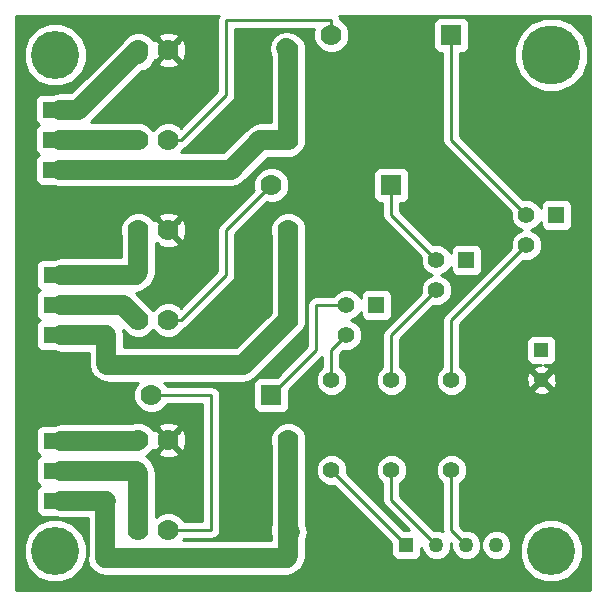
<source format=gtl>
G04 (created by PCBNEW (2014-01-10 BZR 4027)-stable) date Tuesday, May 06, 2014 'pmt' 10:56:48 pm*
%MOIN*%
G04 Gerber Fmt 3.4, Leading zero omitted, Abs format*
%FSLAX34Y34*%
G01*
G70*
G90*
G04 APERTURE LIST*
%ADD10C,0.00590551*%
%ADD11C,0.07*%
%ADD12R,0.07X0.07*%
%ADD13C,0.055*%
%ADD14R,0.055X0.055*%
%ADD15C,0.19685*%
%ADD16C,0.16*%
%ADD17R,0.11811X0.0551181*%
%ADD18C,0.05*%
%ADD19R,0.05X0.05*%
%ADD20C,0.0669291*%
%ADD21C,0.01*%
G04 APERTURE END LIST*
G54D10*
G54D11*
X60000Y-28472D03*
G54D12*
X64000Y-28472D03*
G54D11*
X58000Y-33472D03*
G54D12*
X62000Y-33472D03*
G54D11*
X54000Y-40472D03*
G54D12*
X58000Y-40472D03*
G54D13*
X64000Y-42972D03*
X64000Y-39972D03*
X62000Y-42972D03*
X62000Y-39972D03*
X60000Y-42972D03*
X60000Y-39972D03*
G54D14*
X61500Y-37472D03*
G54D13*
X60500Y-37472D03*
X60500Y-38472D03*
G54D14*
X64500Y-35972D03*
G54D13*
X63500Y-35972D03*
X63500Y-36972D03*
G54D14*
X67500Y-34472D03*
G54D13*
X66500Y-34472D03*
X66500Y-35472D03*
G54D11*
X54559Y-28972D03*
X54559Y-31972D03*
X53559Y-31972D03*
X53559Y-28972D03*
X58559Y-31972D03*
X58559Y-28972D03*
X54559Y-34972D03*
X54559Y-37972D03*
X53559Y-37972D03*
X53559Y-34972D03*
X58559Y-37972D03*
X58559Y-34972D03*
X54559Y-41972D03*
X54559Y-44972D03*
X53559Y-44972D03*
X53559Y-41972D03*
X58559Y-44972D03*
X58559Y-41972D03*
G54D15*
X67322Y-29133D03*
G54D16*
X67322Y-45669D03*
X50787Y-45669D03*
G54D17*
X51000Y-44000D03*
X51000Y-43000D03*
X51000Y-42000D03*
X51000Y-38472D03*
X51000Y-37472D03*
X51000Y-36472D03*
X50944Y-32968D03*
X50944Y-31968D03*
X50944Y-30968D03*
G54D16*
X50787Y-29133D03*
G54D18*
X63500Y-45472D03*
X64500Y-45472D03*
G54D19*
X62500Y-45472D03*
G54D18*
X65500Y-45472D03*
G54D19*
X67000Y-38972D03*
G54D18*
X67000Y-39972D03*
G54D20*
X51000Y-36472D02*
X53472Y-36472D01*
X53559Y-36385D02*
X53559Y-34972D01*
X53472Y-36472D02*
X53559Y-36385D01*
G54D21*
X64000Y-28472D02*
X64000Y-31972D01*
X64000Y-31972D02*
X66500Y-34472D01*
X62000Y-33472D02*
X62000Y-34472D01*
X62000Y-34472D02*
X63500Y-35972D01*
X60500Y-37472D02*
X59500Y-37472D01*
X59500Y-38972D02*
X58000Y-40472D01*
X59500Y-37472D02*
X59500Y-38972D01*
X66500Y-35472D02*
X64000Y-37972D01*
X64000Y-37972D02*
X64000Y-39972D01*
X64000Y-42972D02*
X64000Y-44972D01*
X64000Y-44972D02*
X64500Y-45472D01*
X62000Y-39972D02*
X62000Y-38472D01*
X62000Y-38472D02*
X63500Y-36972D01*
X60000Y-39972D02*
X60000Y-38972D01*
X60000Y-38972D02*
X60500Y-38472D01*
X60000Y-42972D02*
X62500Y-45472D01*
G54D20*
X57059Y-39472D02*
X52527Y-39472D01*
X58559Y-37972D02*
X57059Y-39472D01*
X52472Y-38472D02*
X51000Y-38472D01*
X52500Y-38500D02*
X52472Y-38472D01*
X52500Y-39444D02*
X52500Y-38500D01*
X52527Y-39472D02*
X52500Y-39444D01*
X58559Y-37972D02*
X58559Y-34972D01*
G54D21*
X60000Y-28472D02*
X60000Y-27972D01*
X55000Y-31972D02*
X54559Y-31972D01*
X56500Y-30472D02*
X55000Y-31972D01*
X56500Y-27972D02*
X56500Y-30472D01*
X60000Y-27972D02*
X56500Y-27972D01*
X58000Y-33472D02*
X56500Y-34972D01*
X55000Y-37972D02*
X54559Y-37972D01*
X56500Y-36472D02*
X55000Y-37972D01*
X56500Y-34972D02*
X56500Y-36472D01*
X54000Y-40472D02*
X56000Y-40472D01*
X56000Y-44972D02*
X54559Y-44972D01*
X56000Y-40472D02*
X56000Y-44972D01*
X54559Y-44972D02*
X55000Y-44972D01*
X62000Y-42972D02*
X62000Y-43972D01*
X62000Y-43972D02*
X63500Y-45472D01*
G54D20*
X50944Y-30968D02*
X51562Y-30968D01*
X51562Y-30968D02*
X53559Y-28972D01*
X53559Y-28972D02*
X53559Y-29118D01*
X50944Y-31968D02*
X53555Y-31968D01*
X53555Y-31968D02*
X53559Y-31972D01*
X50944Y-32968D02*
X56637Y-32968D01*
X57633Y-31972D02*
X58559Y-31972D01*
X56637Y-32968D02*
X57633Y-31972D01*
X58559Y-31972D02*
X58559Y-28972D01*
X58559Y-28972D02*
X58500Y-28913D01*
X51000Y-37472D02*
X53059Y-37472D01*
X53059Y-37472D02*
X53559Y-37972D01*
X51000Y-43000D02*
X53500Y-43000D01*
X53559Y-43059D02*
X53559Y-44972D01*
X53500Y-43000D02*
X53559Y-43059D01*
X51000Y-42000D02*
X53531Y-42000D01*
X53531Y-42000D02*
X53559Y-41972D01*
X58559Y-44972D02*
X58559Y-45850D01*
X52460Y-45885D02*
X52460Y-44000D01*
X52440Y-45905D02*
X52460Y-45885D01*
X58503Y-45905D02*
X52440Y-45905D01*
X58559Y-45850D02*
X58503Y-45905D01*
X52460Y-44000D02*
X51000Y-44000D01*
X52480Y-44019D02*
X52460Y-44000D01*
X51000Y-44000D02*
X51750Y-44000D01*
X58559Y-41972D02*
X58559Y-44972D01*
X58559Y-44972D02*
X58625Y-45039D01*
G54D10*
G36*
X68627Y-46974D02*
X68557Y-46974D01*
X68557Y-28889D01*
X68369Y-28435D01*
X68022Y-28088D01*
X67569Y-27899D01*
X67078Y-27899D01*
X66624Y-28086D01*
X66277Y-28433D01*
X66088Y-28887D01*
X66088Y-29378D01*
X66275Y-29832D01*
X66622Y-30179D01*
X67076Y-30367D01*
X67567Y-30368D01*
X68021Y-30180D01*
X68368Y-29833D01*
X68556Y-29380D01*
X68557Y-28889D01*
X68557Y-46974D01*
X68373Y-46974D01*
X68373Y-45461D01*
X68213Y-45075D01*
X68025Y-44886D01*
X68025Y-34697D01*
X68025Y-34147D01*
X67987Y-34056D01*
X67916Y-33985D01*
X67824Y-33947D01*
X67725Y-33947D01*
X67175Y-33947D01*
X67083Y-33985D01*
X67013Y-34055D01*
X66975Y-34147D01*
X66974Y-34246D01*
X66974Y-34247D01*
X66945Y-34175D01*
X66797Y-34027D01*
X66604Y-33947D01*
X66399Y-33947D01*
X64300Y-31848D01*
X64300Y-29072D01*
X64399Y-29072D01*
X64491Y-29034D01*
X64561Y-28964D01*
X64599Y-28872D01*
X64600Y-28772D01*
X64600Y-28072D01*
X64562Y-27981D01*
X64491Y-27910D01*
X64399Y-27872D01*
X64300Y-27872D01*
X63600Y-27872D01*
X63508Y-27910D01*
X63438Y-27980D01*
X63400Y-28072D01*
X63399Y-28171D01*
X63399Y-28871D01*
X63437Y-28963D01*
X63508Y-29034D01*
X63600Y-29072D01*
X63699Y-29072D01*
X63700Y-29072D01*
X63700Y-31972D01*
X63722Y-32087D01*
X63787Y-32184D01*
X65975Y-34371D01*
X65974Y-34576D01*
X66054Y-34769D01*
X66202Y-34917D01*
X66335Y-34972D01*
X66203Y-35027D01*
X66055Y-35174D01*
X65975Y-35367D01*
X65974Y-35573D01*
X65025Y-36523D01*
X65025Y-36197D01*
X65025Y-35647D01*
X64987Y-35556D01*
X64916Y-35485D01*
X64824Y-35447D01*
X64725Y-35447D01*
X64175Y-35447D01*
X64083Y-35485D01*
X64013Y-35555D01*
X63975Y-35647D01*
X63974Y-35746D01*
X63974Y-35747D01*
X63945Y-35675D01*
X63797Y-35527D01*
X63604Y-35447D01*
X63399Y-35447D01*
X62300Y-34348D01*
X62300Y-34072D01*
X62399Y-34072D01*
X62491Y-34034D01*
X62561Y-33964D01*
X62599Y-33872D01*
X62600Y-33772D01*
X62600Y-33072D01*
X62562Y-32981D01*
X62491Y-32910D01*
X62399Y-32872D01*
X62300Y-32872D01*
X61600Y-32872D01*
X61508Y-32910D01*
X61438Y-32980D01*
X61400Y-33072D01*
X61399Y-33171D01*
X61399Y-33871D01*
X61437Y-33963D01*
X61508Y-34034D01*
X61600Y-34072D01*
X61699Y-34072D01*
X61700Y-34072D01*
X61700Y-34472D01*
X61722Y-34587D01*
X61787Y-34684D01*
X62975Y-35871D01*
X62974Y-36076D01*
X63054Y-36269D01*
X63202Y-36417D01*
X63335Y-36472D01*
X63203Y-36527D01*
X63055Y-36674D01*
X62975Y-36867D01*
X62974Y-37073D01*
X62025Y-38023D01*
X62025Y-37697D01*
X62025Y-37147D01*
X61987Y-37056D01*
X61916Y-36985D01*
X61824Y-36947D01*
X61725Y-36947D01*
X61175Y-36947D01*
X61083Y-36985D01*
X61013Y-37055D01*
X60975Y-37147D01*
X60974Y-37246D01*
X60974Y-37247D01*
X60945Y-37175D01*
X60797Y-37027D01*
X60604Y-36947D01*
X60396Y-36947D01*
X60203Y-37027D01*
X60057Y-37172D01*
X59500Y-37172D01*
X59385Y-37195D01*
X59287Y-37260D01*
X59222Y-37357D01*
X59200Y-37472D01*
X59200Y-38848D01*
X58175Y-39872D01*
X57600Y-39872D01*
X57508Y-39910D01*
X57438Y-39980D01*
X57400Y-40072D01*
X57399Y-40171D01*
X57399Y-40871D01*
X57437Y-40963D01*
X57508Y-41034D01*
X57600Y-41072D01*
X57699Y-41072D01*
X58399Y-41072D01*
X58491Y-41034D01*
X58561Y-40964D01*
X58599Y-40872D01*
X58600Y-40772D01*
X58600Y-40296D01*
X59700Y-39196D01*
X59700Y-39530D01*
X59555Y-39674D01*
X59475Y-39867D01*
X59474Y-40076D01*
X59554Y-40269D01*
X59702Y-40417D01*
X59895Y-40497D01*
X60103Y-40497D01*
X60297Y-40417D01*
X60444Y-40270D01*
X60524Y-40077D01*
X60525Y-39868D01*
X60445Y-39675D01*
X60300Y-39529D01*
X60300Y-39096D01*
X60399Y-38997D01*
X60603Y-38997D01*
X60797Y-38917D01*
X60944Y-38770D01*
X61024Y-38577D01*
X61025Y-38368D01*
X60945Y-38175D01*
X60797Y-38027D01*
X60664Y-37972D01*
X60797Y-37917D01*
X60944Y-37770D01*
X60974Y-37697D01*
X60974Y-37796D01*
X61012Y-37888D01*
X61083Y-37959D01*
X61175Y-37997D01*
X61274Y-37997D01*
X61824Y-37997D01*
X61916Y-37959D01*
X61986Y-37889D01*
X62024Y-37797D01*
X62025Y-37697D01*
X62025Y-38023D01*
X61787Y-38260D01*
X61722Y-38357D01*
X61700Y-38472D01*
X61700Y-39530D01*
X61555Y-39674D01*
X61475Y-39867D01*
X61474Y-40076D01*
X61554Y-40269D01*
X61702Y-40417D01*
X61895Y-40497D01*
X62103Y-40497D01*
X62297Y-40417D01*
X62444Y-40270D01*
X62524Y-40077D01*
X62525Y-39868D01*
X62445Y-39675D01*
X62300Y-39529D01*
X62300Y-38596D01*
X63399Y-37497D01*
X63603Y-37497D01*
X63797Y-37417D01*
X63944Y-37270D01*
X64024Y-37077D01*
X64025Y-36868D01*
X63945Y-36675D01*
X63797Y-36527D01*
X63664Y-36472D01*
X63797Y-36417D01*
X63944Y-36270D01*
X63974Y-36197D01*
X63974Y-36296D01*
X64012Y-36388D01*
X64083Y-36459D01*
X64175Y-36497D01*
X64274Y-36497D01*
X64824Y-36497D01*
X64916Y-36459D01*
X64986Y-36389D01*
X65024Y-36297D01*
X65025Y-36197D01*
X65025Y-36523D01*
X63787Y-37760D01*
X63722Y-37857D01*
X63700Y-37972D01*
X63700Y-39530D01*
X63555Y-39674D01*
X63475Y-39867D01*
X63474Y-40076D01*
X63554Y-40269D01*
X63702Y-40417D01*
X63895Y-40497D01*
X64103Y-40497D01*
X64297Y-40417D01*
X64444Y-40270D01*
X64524Y-40077D01*
X64525Y-39868D01*
X64445Y-39675D01*
X64300Y-39529D01*
X64300Y-38096D01*
X66399Y-35997D01*
X66603Y-35997D01*
X66797Y-35917D01*
X66944Y-35770D01*
X67024Y-35577D01*
X67025Y-35368D01*
X66945Y-35175D01*
X66797Y-35027D01*
X66664Y-34972D01*
X66797Y-34917D01*
X66944Y-34770D01*
X66974Y-34697D01*
X66974Y-34796D01*
X67012Y-34888D01*
X67083Y-34959D01*
X67175Y-34997D01*
X67274Y-34997D01*
X67824Y-34997D01*
X67916Y-34959D01*
X67986Y-34889D01*
X68024Y-34797D01*
X68025Y-34697D01*
X68025Y-44886D01*
X67918Y-44779D01*
X67532Y-44619D01*
X67504Y-44619D01*
X67504Y-40042D01*
X67500Y-39958D01*
X67500Y-39172D01*
X67500Y-38672D01*
X67462Y-38581D01*
X67391Y-38510D01*
X67299Y-38472D01*
X67200Y-38472D01*
X66700Y-38472D01*
X66608Y-38510D01*
X66538Y-38580D01*
X66500Y-38672D01*
X66499Y-38771D01*
X66499Y-39271D01*
X66537Y-39363D01*
X66608Y-39434D01*
X66700Y-39472D01*
X66799Y-39472D01*
X66984Y-39472D01*
X66871Y-39479D01*
X66742Y-39532D01*
X66721Y-39622D01*
X67000Y-39901D01*
X67278Y-39622D01*
X67257Y-39532D01*
X67084Y-39472D01*
X67299Y-39472D01*
X67391Y-39434D01*
X67461Y-39364D01*
X67499Y-39272D01*
X67500Y-39172D01*
X67500Y-39958D01*
X67493Y-39843D01*
X67439Y-39714D01*
X67349Y-39693D01*
X67070Y-39972D01*
X67349Y-40251D01*
X67439Y-40230D01*
X67504Y-40042D01*
X67504Y-44619D01*
X67278Y-44619D01*
X67278Y-40322D01*
X67000Y-40043D01*
X66929Y-40113D01*
X66929Y-39972D01*
X66650Y-39693D01*
X66560Y-39714D01*
X66495Y-39902D01*
X66506Y-40101D01*
X66560Y-40230D01*
X66650Y-40251D01*
X66929Y-39972D01*
X66929Y-40113D01*
X66721Y-40322D01*
X66742Y-40412D01*
X66930Y-40477D01*
X67128Y-40465D01*
X67257Y-40412D01*
X67278Y-40322D01*
X67278Y-44619D01*
X67114Y-44619D01*
X66728Y-44778D01*
X66433Y-45073D01*
X66273Y-45459D01*
X66272Y-45877D01*
X66432Y-46263D01*
X66727Y-46558D01*
X67113Y-46719D01*
X67530Y-46719D01*
X67916Y-46559D01*
X68212Y-46264D01*
X68372Y-45879D01*
X68373Y-45461D01*
X68373Y-46974D01*
X66000Y-46974D01*
X66000Y-45373D01*
X65924Y-45189D01*
X65783Y-45048D01*
X65599Y-44972D01*
X65400Y-44972D01*
X65217Y-45048D01*
X65076Y-45188D01*
X65000Y-45372D01*
X65000Y-45373D01*
X65000Y-45373D01*
X64924Y-45189D01*
X64783Y-45048D01*
X64599Y-44972D01*
X64424Y-44972D01*
X64300Y-44848D01*
X64300Y-43414D01*
X64444Y-43270D01*
X64524Y-43077D01*
X64525Y-42868D01*
X64445Y-42675D01*
X64297Y-42527D01*
X64104Y-42447D01*
X63896Y-42447D01*
X63703Y-42527D01*
X63555Y-42674D01*
X63475Y-42867D01*
X63474Y-43076D01*
X63554Y-43269D01*
X63700Y-43415D01*
X63700Y-44972D01*
X63709Y-45017D01*
X63599Y-44972D01*
X63424Y-44972D01*
X62300Y-43848D01*
X62300Y-43414D01*
X62444Y-43270D01*
X62524Y-43077D01*
X62525Y-42868D01*
X62445Y-42675D01*
X62297Y-42527D01*
X62104Y-42447D01*
X61896Y-42447D01*
X61703Y-42527D01*
X61555Y-42674D01*
X61475Y-42867D01*
X61474Y-43076D01*
X61554Y-43269D01*
X61700Y-43415D01*
X61700Y-43972D01*
X61722Y-44087D01*
X61787Y-44184D01*
X62575Y-44972D01*
X62424Y-44972D01*
X60524Y-43073D01*
X60525Y-42868D01*
X60445Y-42675D01*
X60297Y-42527D01*
X60104Y-42447D01*
X59896Y-42447D01*
X59703Y-42527D01*
X59555Y-42674D01*
X59475Y-42867D01*
X59474Y-43076D01*
X59554Y-43269D01*
X59702Y-43417D01*
X59895Y-43497D01*
X60100Y-43497D01*
X61999Y-45396D01*
X61999Y-45771D01*
X62037Y-45863D01*
X62108Y-45934D01*
X62200Y-45972D01*
X62299Y-45972D01*
X62799Y-45972D01*
X62891Y-45934D01*
X62961Y-45864D01*
X62999Y-45772D01*
X63000Y-45672D01*
X63000Y-45571D01*
X63075Y-45755D01*
X63216Y-45896D01*
X63400Y-45972D01*
X63599Y-45972D01*
X63782Y-45896D01*
X63923Y-45756D01*
X63999Y-45572D01*
X64000Y-45396D01*
X64000Y-45396D01*
X63999Y-45571D01*
X64075Y-45755D01*
X64216Y-45896D01*
X64400Y-45972D01*
X64599Y-45972D01*
X64782Y-45896D01*
X64923Y-45756D01*
X64999Y-45572D01*
X65000Y-45373D01*
X65000Y-45373D01*
X64999Y-45571D01*
X65075Y-45755D01*
X65216Y-45896D01*
X65400Y-45972D01*
X65599Y-45972D01*
X65782Y-45896D01*
X65923Y-45756D01*
X65999Y-45572D01*
X66000Y-45373D01*
X66000Y-46974D01*
X59210Y-46974D01*
X59210Y-45039D01*
X59166Y-44815D01*
X59143Y-44782D01*
X59143Y-42129D01*
X59158Y-42092D01*
X59159Y-41853D01*
X59068Y-41633D01*
X58899Y-41464D01*
X58678Y-41372D01*
X58440Y-41372D01*
X58219Y-41463D01*
X58050Y-41632D01*
X57959Y-41852D01*
X57958Y-42091D01*
X57974Y-42128D01*
X57974Y-44815D01*
X57959Y-44852D01*
X57958Y-45091D01*
X57974Y-45128D01*
X57974Y-45320D01*
X55059Y-45320D01*
X55067Y-45312D01*
X55084Y-45272D01*
X56000Y-45272D01*
X56114Y-45249D01*
X56212Y-45184D01*
X56277Y-45087D01*
X56300Y-44972D01*
X56300Y-40472D01*
X56277Y-40357D01*
X56212Y-40260D01*
X56114Y-40195D01*
X56000Y-40172D01*
X54525Y-40172D01*
X54508Y-40133D01*
X54433Y-40057D01*
X57059Y-40057D01*
X57059Y-40057D01*
X57059Y-40057D01*
X57282Y-40012D01*
X57472Y-39885D01*
X58861Y-38496D01*
X58898Y-38481D01*
X59067Y-38312D01*
X59158Y-38092D01*
X59159Y-37853D01*
X59143Y-37816D01*
X59143Y-35129D01*
X59158Y-35092D01*
X59159Y-34853D01*
X59068Y-34633D01*
X58899Y-34464D01*
X58678Y-34372D01*
X58440Y-34372D01*
X58219Y-34463D01*
X58050Y-34632D01*
X57959Y-34852D01*
X57958Y-35091D01*
X57974Y-35128D01*
X57974Y-37730D01*
X56816Y-38887D01*
X53084Y-38887D01*
X53084Y-38500D01*
X53084Y-38499D01*
X53084Y-38499D01*
X53077Y-38462D01*
X53044Y-38298D01*
X53050Y-38311D01*
X53218Y-38480D01*
X53439Y-38572D01*
X53677Y-38572D01*
X53898Y-38481D01*
X54059Y-38320D01*
X54218Y-38480D01*
X54439Y-38572D01*
X54677Y-38572D01*
X54898Y-38481D01*
X55067Y-38312D01*
X55091Y-38254D01*
X55091Y-38254D01*
X55114Y-38249D01*
X55114Y-38249D01*
X55212Y-38184D01*
X56712Y-36684D01*
X56712Y-36684D01*
X56777Y-36587D01*
X56799Y-36472D01*
X56800Y-36472D01*
X56800Y-35096D01*
X57840Y-34055D01*
X57880Y-34072D01*
X58118Y-34072D01*
X58339Y-33981D01*
X58508Y-33812D01*
X58599Y-33592D01*
X58600Y-33353D01*
X58508Y-33133D01*
X58340Y-32964D01*
X58119Y-32872D01*
X57881Y-32872D01*
X57660Y-32963D01*
X57491Y-33132D01*
X57400Y-33352D01*
X57399Y-33591D01*
X57416Y-33631D01*
X56287Y-34760D01*
X56222Y-34857D01*
X56200Y-34972D01*
X56200Y-36348D01*
X55163Y-37384D01*
X55163Y-35066D01*
X55153Y-34827D01*
X55081Y-34654D01*
X54981Y-34621D01*
X54910Y-34691D01*
X54910Y-34550D01*
X54876Y-34449D01*
X54652Y-34367D01*
X54414Y-34378D01*
X54241Y-34449D01*
X54207Y-34550D01*
X54559Y-34901D01*
X54910Y-34550D01*
X54910Y-34691D01*
X54629Y-34972D01*
X54981Y-35323D01*
X55081Y-35290D01*
X55163Y-35066D01*
X55163Y-37384D01*
X54991Y-37556D01*
X54910Y-37475D01*
X54899Y-37464D01*
X54678Y-37372D01*
X54440Y-37372D01*
X54219Y-37463D01*
X54058Y-37623D01*
X53899Y-37464D01*
X53861Y-37448D01*
X53472Y-37059D01*
X53469Y-37057D01*
X53472Y-37057D01*
X53472Y-37057D01*
X53472Y-37057D01*
X53696Y-37012D01*
X53885Y-36885D01*
X53972Y-36799D01*
X53972Y-36799D01*
X53972Y-36799D01*
X54099Y-36609D01*
X54099Y-36609D01*
X54136Y-36422D01*
X54143Y-36385D01*
X54143Y-36385D01*
X54143Y-36385D01*
X54143Y-35420D01*
X54162Y-35439D01*
X54207Y-35394D01*
X54241Y-35495D01*
X54465Y-35576D01*
X54703Y-35566D01*
X54876Y-35495D01*
X54910Y-35394D01*
X54559Y-35043D01*
X54553Y-35048D01*
X54482Y-34978D01*
X54488Y-34972D01*
X54136Y-34621D01*
X54071Y-34642D01*
X54068Y-34633D01*
X53899Y-34464D01*
X53678Y-34372D01*
X53440Y-34372D01*
X53219Y-34463D01*
X53050Y-34632D01*
X52959Y-34852D01*
X52958Y-35091D01*
X52974Y-35128D01*
X52974Y-35887D01*
X51000Y-35887D01*
X50776Y-35932D01*
X50754Y-35946D01*
X50359Y-35946D01*
X50268Y-35984D01*
X50197Y-36055D01*
X50159Y-36146D01*
X50159Y-36246D01*
X50159Y-36797D01*
X50197Y-36889D01*
X50267Y-36959D01*
X50297Y-36972D01*
X50268Y-36984D01*
X50197Y-37055D01*
X50159Y-37146D01*
X50159Y-37246D01*
X50159Y-37797D01*
X50197Y-37889D01*
X50267Y-37959D01*
X50297Y-37972D01*
X50268Y-37984D01*
X50197Y-38055D01*
X50159Y-38146D01*
X50159Y-38246D01*
X50159Y-38797D01*
X50197Y-38889D01*
X50267Y-38959D01*
X50359Y-38997D01*
X50458Y-38998D01*
X50754Y-38998D01*
X50776Y-39012D01*
X51000Y-39057D01*
X51915Y-39057D01*
X51915Y-39444D01*
X51915Y-39444D01*
X51959Y-39668D01*
X52086Y-39858D01*
X52114Y-39885D01*
X52114Y-39885D01*
X52303Y-40012D01*
X52490Y-40049D01*
X52527Y-40057D01*
X52527Y-40057D01*
X52527Y-40057D01*
X53566Y-40057D01*
X53491Y-40132D01*
X53400Y-40352D01*
X53399Y-40591D01*
X53491Y-40811D01*
X53659Y-40980D01*
X53880Y-41072D01*
X54118Y-41072D01*
X54339Y-40981D01*
X54508Y-40812D01*
X54525Y-40772D01*
X55700Y-40772D01*
X55700Y-44672D01*
X55163Y-44672D01*
X55163Y-42066D01*
X55153Y-41827D01*
X55081Y-41654D01*
X54981Y-41621D01*
X54910Y-41691D01*
X54910Y-41550D01*
X54876Y-41449D01*
X54652Y-41367D01*
X54414Y-41378D01*
X54241Y-41449D01*
X54207Y-41550D01*
X54559Y-41901D01*
X54910Y-41550D01*
X54910Y-41691D01*
X54629Y-41972D01*
X54981Y-42323D01*
X55081Y-42290D01*
X55163Y-42066D01*
X55163Y-44672D01*
X55084Y-44672D01*
X55068Y-44633D01*
X54910Y-44475D01*
X54910Y-42394D01*
X54559Y-42043D01*
X54207Y-42394D01*
X54241Y-42495D01*
X54465Y-42576D01*
X54703Y-42566D01*
X54876Y-42495D01*
X54910Y-42394D01*
X54910Y-44475D01*
X54899Y-44464D01*
X54678Y-44372D01*
X54440Y-44372D01*
X54219Y-44463D01*
X54143Y-44539D01*
X54143Y-43059D01*
X54143Y-43059D01*
X54143Y-43059D01*
X54099Y-42835D01*
X53972Y-42645D01*
X53913Y-42586D01*
X53810Y-42517D01*
X53898Y-42481D01*
X54067Y-42312D01*
X54071Y-42302D01*
X54136Y-42323D01*
X54488Y-41972D01*
X54136Y-41621D01*
X54071Y-41642D01*
X54068Y-41633D01*
X53899Y-41464D01*
X53678Y-41372D01*
X53440Y-41372D01*
X53336Y-41415D01*
X51000Y-41415D01*
X50776Y-41459D01*
X50754Y-41474D01*
X50359Y-41474D01*
X50268Y-41512D01*
X50197Y-41582D01*
X50159Y-41674D01*
X50159Y-41773D01*
X50159Y-42325D01*
X50197Y-42417D01*
X50267Y-42487D01*
X50297Y-42499D01*
X50268Y-42512D01*
X50197Y-42582D01*
X50159Y-42674D01*
X50159Y-42773D01*
X50159Y-43325D01*
X50197Y-43417D01*
X50267Y-43487D01*
X50297Y-43499D01*
X50268Y-43512D01*
X50197Y-43582D01*
X50159Y-43674D01*
X50159Y-43773D01*
X50159Y-44325D01*
X50197Y-44417D01*
X50267Y-44487D01*
X50359Y-44525D01*
X50458Y-44525D01*
X50754Y-44525D01*
X50776Y-44540D01*
X51000Y-44584D01*
X51750Y-44584D01*
X51875Y-44584D01*
X51875Y-45806D01*
X51856Y-45905D01*
X51900Y-46129D01*
X52027Y-46318D01*
X52217Y-46445D01*
X52440Y-46490D01*
X52440Y-46490D01*
X52440Y-46490D01*
X58503Y-46490D01*
X58503Y-46490D01*
X58503Y-46490D01*
X58727Y-46445D01*
X58917Y-46318D01*
X58972Y-46263D01*
X58972Y-46263D01*
X58972Y-46263D01*
X59099Y-46074D01*
X59099Y-46074D01*
X59136Y-45887D01*
X59143Y-45850D01*
X59143Y-45850D01*
X59143Y-45850D01*
X59143Y-45296D01*
X59166Y-45263D01*
X59210Y-45039D01*
X59210Y-46974D01*
X51837Y-46974D01*
X51837Y-45461D01*
X51678Y-45075D01*
X51382Y-44779D01*
X50997Y-44619D01*
X50579Y-44619D01*
X50193Y-44778D01*
X49897Y-45073D01*
X49737Y-45459D01*
X49737Y-45877D01*
X49896Y-46263D01*
X50191Y-46558D01*
X50577Y-46719D01*
X50995Y-46719D01*
X51381Y-46559D01*
X51677Y-46264D01*
X51837Y-45879D01*
X51837Y-45461D01*
X51837Y-46974D01*
X49482Y-46974D01*
X49482Y-27828D01*
X56242Y-27828D01*
X56222Y-27857D01*
X56200Y-27972D01*
X56200Y-30348D01*
X55163Y-31384D01*
X55163Y-29066D01*
X55153Y-28827D01*
X55081Y-28654D01*
X54981Y-28621D01*
X54910Y-28691D01*
X54910Y-28550D01*
X54876Y-28449D01*
X54652Y-28367D01*
X54414Y-28378D01*
X54241Y-28449D01*
X54207Y-28550D01*
X54559Y-28901D01*
X54910Y-28550D01*
X54910Y-28691D01*
X54629Y-28972D01*
X54981Y-29323D01*
X55081Y-29290D01*
X55163Y-29066D01*
X55163Y-31384D01*
X54991Y-31556D01*
X54910Y-31475D01*
X54910Y-29394D01*
X54559Y-29043D01*
X54207Y-29394D01*
X54241Y-29495D01*
X54465Y-29576D01*
X54703Y-29566D01*
X54876Y-29495D01*
X54910Y-29394D01*
X54910Y-31475D01*
X54899Y-31464D01*
X54678Y-31372D01*
X54440Y-31372D01*
X54219Y-31463D01*
X54058Y-31623D01*
X53899Y-31464D01*
X53678Y-31372D01*
X53440Y-31372D01*
X53412Y-31383D01*
X51973Y-31383D01*
X51976Y-31381D01*
X53679Y-29678D01*
X53782Y-29658D01*
X53972Y-29531D01*
X54099Y-29341D01*
X54104Y-29313D01*
X54136Y-29323D01*
X54488Y-28972D01*
X54136Y-28621D01*
X54071Y-28642D01*
X54068Y-28633D01*
X53899Y-28464D01*
X53678Y-28372D01*
X53440Y-28372D01*
X53219Y-28463D01*
X53050Y-28632D01*
X53035Y-28669D01*
X51837Y-29867D01*
X51837Y-28925D01*
X51678Y-28539D01*
X51382Y-28244D01*
X50997Y-28084D01*
X50579Y-28083D01*
X50193Y-28243D01*
X49897Y-28538D01*
X49737Y-28924D01*
X49737Y-29341D01*
X49896Y-29727D01*
X50191Y-30023D01*
X50577Y-30183D01*
X50995Y-30184D01*
X51381Y-30024D01*
X51677Y-29729D01*
X51837Y-29343D01*
X51837Y-28925D01*
X51837Y-29867D01*
X51320Y-30383D01*
X50944Y-30383D01*
X50721Y-30428D01*
X50699Y-30442D01*
X50304Y-30442D01*
X50212Y-30480D01*
X50142Y-30551D01*
X50104Y-30642D01*
X50104Y-30742D01*
X50104Y-31293D01*
X50142Y-31385D01*
X50212Y-31455D01*
X50242Y-31468D01*
X50212Y-31480D01*
X50142Y-31551D01*
X50104Y-31642D01*
X50104Y-31742D01*
X50104Y-32293D01*
X50142Y-32385D01*
X50212Y-32455D01*
X50242Y-32468D01*
X50212Y-32480D01*
X50142Y-32551D01*
X50104Y-32642D01*
X50104Y-32742D01*
X50104Y-33293D01*
X50142Y-33385D01*
X50212Y-33455D01*
X50304Y-33494D01*
X50403Y-33494D01*
X50699Y-33494D01*
X50721Y-33508D01*
X50944Y-33553D01*
X56637Y-33553D01*
X56637Y-33553D01*
X56637Y-33553D01*
X56861Y-33508D01*
X57051Y-33381D01*
X57876Y-32557D01*
X58402Y-32557D01*
X58439Y-32572D01*
X58677Y-32572D01*
X58898Y-32481D01*
X59067Y-32312D01*
X59158Y-32092D01*
X59159Y-31853D01*
X59143Y-31816D01*
X59143Y-29129D01*
X59158Y-29092D01*
X59159Y-28853D01*
X59068Y-28633D01*
X58899Y-28464D01*
X58794Y-28420D01*
X58723Y-28373D01*
X58500Y-28328D01*
X58276Y-28373D01*
X58086Y-28499D01*
X57959Y-28689D01*
X57915Y-28913D01*
X57959Y-29137D01*
X57974Y-29158D01*
X57974Y-31387D01*
X57633Y-31387D01*
X57410Y-31432D01*
X57220Y-31559D01*
X57220Y-31559D01*
X56395Y-32383D01*
X54996Y-32383D01*
X55067Y-32312D01*
X55091Y-32254D01*
X55091Y-32254D01*
X55114Y-32249D01*
X55114Y-32249D01*
X55212Y-32184D01*
X56712Y-30684D01*
X56712Y-30684D01*
X56777Y-30587D01*
X56799Y-30472D01*
X56800Y-30472D01*
X56800Y-28272D01*
X59433Y-28272D01*
X59400Y-28352D01*
X59399Y-28591D01*
X59491Y-28811D01*
X59659Y-28980D01*
X59880Y-29072D01*
X60118Y-29072D01*
X60339Y-28981D01*
X60508Y-28812D01*
X60599Y-28592D01*
X60600Y-28353D01*
X60508Y-28133D01*
X60340Y-27964D01*
X60294Y-27945D01*
X60277Y-27857D01*
X60257Y-27828D01*
X62992Y-27828D01*
X68627Y-27828D01*
X68627Y-46974D01*
X68627Y-46974D01*
G37*
G54D21*
X68627Y-46974D02*
X68557Y-46974D01*
X68557Y-28889D01*
X68369Y-28435D01*
X68022Y-28088D01*
X67569Y-27899D01*
X67078Y-27899D01*
X66624Y-28086D01*
X66277Y-28433D01*
X66088Y-28887D01*
X66088Y-29378D01*
X66275Y-29832D01*
X66622Y-30179D01*
X67076Y-30367D01*
X67567Y-30368D01*
X68021Y-30180D01*
X68368Y-29833D01*
X68556Y-29380D01*
X68557Y-28889D01*
X68557Y-46974D01*
X68373Y-46974D01*
X68373Y-45461D01*
X68213Y-45075D01*
X68025Y-44886D01*
X68025Y-34697D01*
X68025Y-34147D01*
X67987Y-34056D01*
X67916Y-33985D01*
X67824Y-33947D01*
X67725Y-33947D01*
X67175Y-33947D01*
X67083Y-33985D01*
X67013Y-34055D01*
X66975Y-34147D01*
X66974Y-34246D01*
X66974Y-34247D01*
X66945Y-34175D01*
X66797Y-34027D01*
X66604Y-33947D01*
X66399Y-33947D01*
X64300Y-31848D01*
X64300Y-29072D01*
X64399Y-29072D01*
X64491Y-29034D01*
X64561Y-28964D01*
X64599Y-28872D01*
X64600Y-28772D01*
X64600Y-28072D01*
X64562Y-27981D01*
X64491Y-27910D01*
X64399Y-27872D01*
X64300Y-27872D01*
X63600Y-27872D01*
X63508Y-27910D01*
X63438Y-27980D01*
X63400Y-28072D01*
X63399Y-28171D01*
X63399Y-28871D01*
X63437Y-28963D01*
X63508Y-29034D01*
X63600Y-29072D01*
X63699Y-29072D01*
X63700Y-29072D01*
X63700Y-31972D01*
X63722Y-32087D01*
X63787Y-32184D01*
X65975Y-34371D01*
X65974Y-34576D01*
X66054Y-34769D01*
X66202Y-34917D01*
X66335Y-34972D01*
X66203Y-35027D01*
X66055Y-35174D01*
X65975Y-35367D01*
X65974Y-35573D01*
X65025Y-36523D01*
X65025Y-36197D01*
X65025Y-35647D01*
X64987Y-35556D01*
X64916Y-35485D01*
X64824Y-35447D01*
X64725Y-35447D01*
X64175Y-35447D01*
X64083Y-35485D01*
X64013Y-35555D01*
X63975Y-35647D01*
X63974Y-35746D01*
X63974Y-35747D01*
X63945Y-35675D01*
X63797Y-35527D01*
X63604Y-35447D01*
X63399Y-35447D01*
X62300Y-34348D01*
X62300Y-34072D01*
X62399Y-34072D01*
X62491Y-34034D01*
X62561Y-33964D01*
X62599Y-33872D01*
X62600Y-33772D01*
X62600Y-33072D01*
X62562Y-32981D01*
X62491Y-32910D01*
X62399Y-32872D01*
X62300Y-32872D01*
X61600Y-32872D01*
X61508Y-32910D01*
X61438Y-32980D01*
X61400Y-33072D01*
X61399Y-33171D01*
X61399Y-33871D01*
X61437Y-33963D01*
X61508Y-34034D01*
X61600Y-34072D01*
X61699Y-34072D01*
X61700Y-34072D01*
X61700Y-34472D01*
X61722Y-34587D01*
X61787Y-34684D01*
X62975Y-35871D01*
X62974Y-36076D01*
X63054Y-36269D01*
X63202Y-36417D01*
X63335Y-36472D01*
X63203Y-36527D01*
X63055Y-36674D01*
X62975Y-36867D01*
X62974Y-37073D01*
X62025Y-38023D01*
X62025Y-37697D01*
X62025Y-37147D01*
X61987Y-37056D01*
X61916Y-36985D01*
X61824Y-36947D01*
X61725Y-36947D01*
X61175Y-36947D01*
X61083Y-36985D01*
X61013Y-37055D01*
X60975Y-37147D01*
X60974Y-37246D01*
X60974Y-37247D01*
X60945Y-37175D01*
X60797Y-37027D01*
X60604Y-36947D01*
X60396Y-36947D01*
X60203Y-37027D01*
X60057Y-37172D01*
X59500Y-37172D01*
X59385Y-37195D01*
X59287Y-37260D01*
X59222Y-37357D01*
X59200Y-37472D01*
X59200Y-38848D01*
X58175Y-39872D01*
X57600Y-39872D01*
X57508Y-39910D01*
X57438Y-39980D01*
X57400Y-40072D01*
X57399Y-40171D01*
X57399Y-40871D01*
X57437Y-40963D01*
X57508Y-41034D01*
X57600Y-41072D01*
X57699Y-41072D01*
X58399Y-41072D01*
X58491Y-41034D01*
X58561Y-40964D01*
X58599Y-40872D01*
X58600Y-40772D01*
X58600Y-40296D01*
X59700Y-39196D01*
X59700Y-39530D01*
X59555Y-39674D01*
X59475Y-39867D01*
X59474Y-40076D01*
X59554Y-40269D01*
X59702Y-40417D01*
X59895Y-40497D01*
X60103Y-40497D01*
X60297Y-40417D01*
X60444Y-40270D01*
X60524Y-40077D01*
X60525Y-39868D01*
X60445Y-39675D01*
X60300Y-39529D01*
X60300Y-39096D01*
X60399Y-38997D01*
X60603Y-38997D01*
X60797Y-38917D01*
X60944Y-38770D01*
X61024Y-38577D01*
X61025Y-38368D01*
X60945Y-38175D01*
X60797Y-38027D01*
X60664Y-37972D01*
X60797Y-37917D01*
X60944Y-37770D01*
X60974Y-37697D01*
X60974Y-37796D01*
X61012Y-37888D01*
X61083Y-37959D01*
X61175Y-37997D01*
X61274Y-37997D01*
X61824Y-37997D01*
X61916Y-37959D01*
X61986Y-37889D01*
X62024Y-37797D01*
X62025Y-37697D01*
X62025Y-38023D01*
X61787Y-38260D01*
X61722Y-38357D01*
X61700Y-38472D01*
X61700Y-39530D01*
X61555Y-39674D01*
X61475Y-39867D01*
X61474Y-40076D01*
X61554Y-40269D01*
X61702Y-40417D01*
X61895Y-40497D01*
X62103Y-40497D01*
X62297Y-40417D01*
X62444Y-40270D01*
X62524Y-40077D01*
X62525Y-39868D01*
X62445Y-39675D01*
X62300Y-39529D01*
X62300Y-38596D01*
X63399Y-37497D01*
X63603Y-37497D01*
X63797Y-37417D01*
X63944Y-37270D01*
X64024Y-37077D01*
X64025Y-36868D01*
X63945Y-36675D01*
X63797Y-36527D01*
X63664Y-36472D01*
X63797Y-36417D01*
X63944Y-36270D01*
X63974Y-36197D01*
X63974Y-36296D01*
X64012Y-36388D01*
X64083Y-36459D01*
X64175Y-36497D01*
X64274Y-36497D01*
X64824Y-36497D01*
X64916Y-36459D01*
X64986Y-36389D01*
X65024Y-36297D01*
X65025Y-36197D01*
X65025Y-36523D01*
X63787Y-37760D01*
X63722Y-37857D01*
X63700Y-37972D01*
X63700Y-39530D01*
X63555Y-39674D01*
X63475Y-39867D01*
X63474Y-40076D01*
X63554Y-40269D01*
X63702Y-40417D01*
X63895Y-40497D01*
X64103Y-40497D01*
X64297Y-40417D01*
X64444Y-40270D01*
X64524Y-40077D01*
X64525Y-39868D01*
X64445Y-39675D01*
X64300Y-39529D01*
X64300Y-38096D01*
X66399Y-35997D01*
X66603Y-35997D01*
X66797Y-35917D01*
X66944Y-35770D01*
X67024Y-35577D01*
X67025Y-35368D01*
X66945Y-35175D01*
X66797Y-35027D01*
X66664Y-34972D01*
X66797Y-34917D01*
X66944Y-34770D01*
X66974Y-34697D01*
X66974Y-34796D01*
X67012Y-34888D01*
X67083Y-34959D01*
X67175Y-34997D01*
X67274Y-34997D01*
X67824Y-34997D01*
X67916Y-34959D01*
X67986Y-34889D01*
X68024Y-34797D01*
X68025Y-34697D01*
X68025Y-44886D01*
X67918Y-44779D01*
X67532Y-44619D01*
X67504Y-44619D01*
X67504Y-40042D01*
X67500Y-39958D01*
X67500Y-39172D01*
X67500Y-38672D01*
X67462Y-38581D01*
X67391Y-38510D01*
X67299Y-38472D01*
X67200Y-38472D01*
X66700Y-38472D01*
X66608Y-38510D01*
X66538Y-38580D01*
X66500Y-38672D01*
X66499Y-38771D01*
X66499Y-39271D01*
X66537Y-39363D01*
X66608Y-39434D01*
X66700Y-39472D01*
X66799Y-39472D01*
X66984Y-39472D01*
X66871Y-39479D01*
X66742Y-39532D01*
X66721Y-39622D01*
X67000Y-39901D01*
X67278Y-39622D01*
X67257Y-39532D01*
X67084Y-39472D01*
X67299Y-39472D01*
X67391Y-39434D01*
X67461Y-39364D01*
X67499Y-39272D01*
X67500Y-39172D01*
X67500Y-39958D01*
X67493Y-39843D01*
X67439Y-39714D01*
X67349Y-39693D01*
X67070Y-39972D01*
X67349Y-40251D01*
X67439Y-40230D01*
X67504Y-40042D01*
X67504Y-44619D01*
X67278Y-44619D01*
X67278Y-40322D01*
X67000Y-40043D01*
X66929Y-40113D01*
X66929Y-39972D01*
X66650Y-39693D01*
X66560Y-39714D01*
X66495Y-39902D01*
X66506Y-40101D01*
X66560Y-40230D01*
X66650Y-40251D01*
X66929Y-39972D01*
X66929Y-40113D01*
X66721Y-40322D01*
X66742Y-40412D01*
X66930Y-40477D01*
X67128Y-40465D01*
X67257Y-40412D01*
X67278Y-40322D01*
X67278Y-44619D01*
X67114Y-44619D01*
X66728Y-44778D01*
X66433Y-45073D01*
X66273Y-45459D01*
X66272Y-45877D01*
X66432Y-46263D01*
X66727Y-46558D01*
X67113Y-46719D01*
X67530Y-46719D01*
X67916Y-46559D01*
X68212Y-46264D01*
X68372Y-45879D01*
X68373Y-45461D01*
X68373Y-46974D01*
X66000Y-46974D01*
X66000Y-45373D01*
X65924Y-45189D01*
X65783Y-45048D01*
X65599Y-44972D01*
X65400Y-44972D01*
X65217Y-45048D01*
X65076Y-45188D01*
X65000Y-45372D01*
X65000Y-45373D01*
X65000Y-45373D01*
X64924Y-45189D01*
X64783Y-45048D01*
X64599Y-44972D01*
X64424Y-44972D01*
X64300Y-44848D01*
X64300Y-43414D01*
X64444Y-43270D01*
X64524Y-43077D01*
X64525Y-42868D01*
X64445Y-42675D01*
X64297Y-42527D01*
X64104Y-42447D01*
X63896Y-42447D01*
X63703Y-42527D01*
X63555Y-42674D01*
X63475Y-42867D01*
X63474Y-43076D01*
X63554Y-43269D01*
X63700Y-43415D01*
X63700Y-44972D01*
X63709Y-45017D01*
X63599Y-44972D01*
X63424Y-44972D01*
X62300Y-43848D01*
X62300Y-43414D01*
X62444Y-43270D01*
X62524Y-43077D01*
X62525Y-42868D01*
X62445Y-42675D01*
X62297Y-42527D01*
X62104Y-42447D01*
X61896Y-42447D01*
X61703Y-42527D01*
X61555Y-42674D01*
X61475Y-42867D01*
X61474Y-43076D01*
X61554Y-43269D01*
X61700Y-43415D01*
X61700Y-43972D01*
X61722Y-44087D01*
X61787Y-44184D01*
X62575Y-44972D01*
X62424Y-44972D01*
X60524Y-43073D01*
X60525Y-42868D01*
X60445Y-42675D01*
X60297Y-42527D01*
X60104Y-42447D01*
X59896Y-42447D01*
X59703Y-42527D01*
X59555Y-42674D01*
X59475Y-42867D01*
X59474Y-43076D01*
X59554Y-43269D01*
X59702Y-43417D01*
X59895Y-43497D01*
X60100Y-43497D01*
X61999Y-45396D01*
X61999Y-45771D01*
X62037Y-45863D01*
X62108Y-45934D01*
X62200Y-45972D01*
X62299Y-45972D01*
X62799Y-45972D01*
X62891Y-45934D01*
X62961Y-45864D01*
X62999Y-45772D01*
X63000Y-45672D01*
X63000Y-45571D01*
X63075Y-45755D01*
X63216Y-45896D01*
X63400Y-45972D01*
X63599Y-45972D01*
X63782Y-45896D01*
X63923Y-45756D01*
X63999Y-45572D01*
X64000Y-45396D01*
X64000Y-45396D01*
X63999Y-45571D01*
X64075Y-45755D01*
X64216Y-45896D01*
X64400Y-45972D01*
X64599Y-45972D01*
X64782Y-45896D01*
X64923Y-45756D01*
X64999Y-45572D01*
X65000Y-45373D01*
X65000Y-45373D01*
X64999Y-45571D01*
X65075Y-45755D01*
X65216Y-45896D01*
X65400Y-45972D01*
X65599Y-45972D01*
X65782Y-45896D01*
X65923Y-45756D01*
X65999Y-45572D01*
X66000Y-45373D01*
X66000Y-46974D01*
X59210Y-46974D01*
X59210Y-45039D01*
X59166Y-44815D01*
X59143Y-44782D01*
X59143Y-42129D01*
X59158Y-42092D01*
X59159Y-41853D01*
X59068Y-41633D01*
X58899Y-41464D01*
X58678Y-41372D01*
X58440Y-41372D01*
X58219Y-41463D01*
X58050Y-41632D01*
X57959Y-41852D01*
X57958Y-42091D01*
X57974Y-42128D01*
X57974Y-44815D01*
X57959Y-44852D01*
X57958Y-45091D01*
X57974Y-45128D01*
X57974Y-45320D01*
X55059Y-45320D01*
X55067Y-45312D01*
X55084Y-45272D01*
X56000Y-45272D01*
X56114Y-45249D01*
X56212Y-45184D01*
X56277Y-45087D01*
X56300Y-44972D01*
X56300Y-40472D01*
X56277Y-40357D01*
X56212Y-40260D01*
X56114Y-40195D01*
X56000Y-40172D01*
X54525Y-40172D01*
X54508Y-40133D01*
X54433Y-40057D01*
X57059Y-40057D01*
X57059Y-40057D01*
X57059Y-40057D01*
X57282Y-40012D01*
X57472Y-39885D01*
X58861Y-38496D01*
X58898Y-38481D01*
X59067Y-38312D01*
X59158Y-38092D01*
X59159Y-37853D01*
X59143Y-37816D01*
X59143Y-35129D01*
X59158Y-35092D01*
X59159Y-34853D01*
X59068Y-34633D01*
X58899Y-34464D01*
X58678Y-34372D01*
X58440Y-34372D01*
X58219Y-34463D01*
X58050Y-34632D01*
X57959Y-34852D01*
X57958Y-35091D01*
X57974Y-35128D01*
X57974Y-37730D01*
X56816Y-38887D01*
X53084Y-38887D01*
X53084Y-38500D01*
X53084Y-38499D01*
X53084Y-38499D01*
X53077Y-38462D01*
X53044Y-38298D01*
X53050Y-38311D01*
X53218Y-38480D01*
X53439Y-38572D01*
X53677Y-38572D01*
X53898Y-38481D01*
X54059Y-38320D01*
X54218Y-38480D01*
X54439Y-38572D01*
X54677Y-38572D01*
X54898Y-38481D01*
X55067Y-38312D01*
X55091Y-38254D01*
X55091Y-38254D01*
X55114Y-38249D01*
X55114Y-38249D01*
X55212Y-38184D01*
X56712Y-36684D01*
X56712Y-36684D01*
X56777Y-36587D01*
X56799Y-36472D01*
X56800Y-36472D01*
X56800Y-35096D01*
X57840Y-34055D01*
X57880Y-34072D01*
X58118Y-34072D01*
X58339Y-33981D01*
X58508Y-33812D01*
X58599Y-33592D01*
X58600Y-33353D01*
X58508Y-33133D01*
X58340Y-32964D01*
X58119Y-32872D01*
X57881Y-32872D01*
X57660Y-32963D01*
X57491Y-33132D01*
X57400Y-33352D01*
X57399Y-33591D01*
X57416Y-33631D01*
X56287Y-34760D01*
X56222Y-34857D01*
X56200Y-34972D01*
X56200Y-36348D01*
X55163Y-37384D01*
X55163Y-35066D01*
X55153Y-34827D01*
X55081Y-34654D01*
X54981Y-34621D01*
X54910Y-34691D01*
X54910Y-34550D01*
X54876Y-34449D01*
X54652Y-34367D01*
X54414Y-34378D01*
X54241Y-34449D01*
X54207Y-34550D01*
X54559Y-34901D01*
X54910Y-34550D01*
X54910Y-34691D01*
X54629Y-34972D01*
X54981Y-35323D01*
X55081Y-35290D01*
X55163Y-35066D01*
X55163Y-37384D01*
X54991Y-37556D01*
X54910Y-37475D01*
X54899Y-37464D01*
X54678Y-37372D01*
X54440Y-37372D01*
X54219Y-37463D01*
X54058Y-37623D01*
X53899Y-37464D01*
X53861Y-37448D01*
X53472Y-37059D01*
X53469Y-37057D01*
X53472Y-37057D01*
X53472Y-37057D01*
X53472Y-37057D01*
X53696Y-37012D01*
X53885Y-36885D01*
X53972Y-36799D01*
X53972Y-36799D01*
X53972Y-36799D01*
X54099Y-36609D01*
X54099Y-36609D01*
X54136Y-36422D01*
X54143Y-36385D01*
X54143Y-36385D01*
X54143Y-36385D01*
X54143Y-35420D01*
X54162Y-35439D01*
X54207Y-35394D01*
X54241Y-35495D01*
X54465Y-35576D01*
X54703Y-35566D01*
X54876Y-35495D01*
X54910Y-35394D01*
X54559Y-35043D01*
X54553Y-35048D01*
X54482Y-34978D01*
X54488Y-34972D01*
X54136Y-34621D01*
X54071Y-34642D01*
X54068Y-34633D01*
X53899Y-34464D01*
X53678Y-34372D01*
X53440Y-34372D01*
X53219Y-34463D01*
X53050Y-34632D01*
X52959Y-34852D01*
X52958Y-35091D01*
X52974Y-35128D01*
X52974Y-35887D01*
X51000Y-35887D01*
X50776Y-35932D01*
X50754Y-35946D01*
X50359Y-35946D01*
X50268Y-35984D01*
X50197Y-36055D01*
X50159Y-36146D01*
X50159Y-36246D01*
X50159Y-36797D01*
X50197Y-36889D01*
X50267Y-36959D01*
X50297Y-36972D01*
X50268Y-36984D01*
X50197Y-37055D01*
X50159Y-37146D01*
X50159Y-37246D01*
X50159Y-37797D01*
X50197Y-37889D01*
X50267Y-37959D01*
X50297Y-37972D01*
X50268Y-37984D01*
X50197Y-38055D01*
X50159Y-38146D01*
X50159Y-38246D01*
X50159Y-38797D01*
X50197Y-38889D01*
X50267Y-38959D01*
X50359Y-38997D01*
X50458Y-38998D01*
X50754Y-38998D01*
X50776Y-39012D01*
X51000Y-39057D01*
X51915Y-39057D01*
X51915Y-39444D01*
X51915Y-39444D01*
X51959Y-39668D01*
X52086Y-39858D01*
X52114Y-39885D01*
X52114Y-39885D01*
X52303Y-40012D01*
X52490Y-40049D01*
X52527Y-40057D01*
X52527Y-40057D01*
X52527Y-40057D01*
X53566Y-40057D01*
X53491Y-40132D01*
X53400Y-40352D01*
X53399Y-40591D01*
X53491Y-40811D01*
X53659Y-40980D01*
X53880Y-41072D01*
X54118Y-41072D01*
X54339Y-40981D01*
X54508Y-40812D01*
X54525Y-40772D01*
X55700Y-40772D01*
X55700Y-44672D01*
X55163Y-44672D01*
X55163Y-42066D01*
X55153Y-41827D01*
X55081Y-41654D01*
X54981Y-41621D01*
X54910Y-41691D01*
X54910Y-41550D01*
X54876Y-41449D01*
X54652Y-41367D01*
X54414Y-41378D01*
X54241Y-41449D01*
X54207Y-41550D01*
X54559Y-41901D01*
X54910Y-41550D01*
X54910Y-41691D01*
X54629Y-41972D01*
X54981Y-42323D01*
X55081Y-42290D01*
X55163Y-42066D01*
X55163Y-44672D01*
X55084Y-44672D01*
X55068Y-44633D01*
X54910Y-44475D01*
X54910Y-42394D01*
X54559Y-42043D01*
X54207Y-42394D01*
X54241Y-42495D01*
X54465Y-42576D01*
X54703Y-42566D01*
X54876Y-42495D01*
X54910Y-42394D01*
X54910Y-44475D01*
X54899Y-44464D01*
X54678Y-44372D01*
X54440Y-44372D01*
X54219Y-44463D01*
X54143Y-44539D01*
X54143Y-43059D01*
X54143Y-43059D01*
X54143Y-43059D01*
X54099Y-42835D01*
X53972Y-42645D01*
X53913Y-42586D01*
X53810Y-42517D01*
X53898Y-42481D01*
X54067Y-42312D01*
X54071Y-42302D01*
X54136Y-42323D01*
X54488Y-41972D01*
X54136Y-41621D01*
X54071Y-41642D01*
X54068Y-41633D01*
X53899Y-41464D01*
X53678Y-41372D01*
X53440Y-41372D01*
X53336Y-41415D01*
X51000Y-41415D01*
X50776Y-41459D01*
X50754Y-41474D01*
X50359Y-41474D01*
X50268Y-41512D01*
X50197Y-41582D01*
X50159Y-41674D01*
X50159Y-41773D01*
X50159Y-42325D01*
X50197Y-42417D01*
X50267Y-42487D01*
X50297Y-42499D01*
X50268Y-42512D01*
X50197Y-42582D01*
X50159Y-42674D01*
X50159Y-42773D01*
X50159Y-43325D01*
X50197Y-43417D01*
X50267Y-43487D01*
X50297Y-43499D01*
X50268Y-43512D01*
X50197Y-43582D01*
X50159Y-43674D01*
X50159Y-43773D01*
X50159Y-44325D01*
X50197Y-44417D01*
X50267Y-44487D01*
X50359Y-44525D01*
X50458Y-44525D01*
X50754Y-44525D01*
X50776Y-44540D01*
X51000Y-44584D01*
X51750Y-44584D01*
X51875Y-44584D01*
X51875Y-45806D01*
X51856Y-45905D01*
X51900Y-46129D01*
X52027Y-46318D01*
X52217Y-46445D01*
X52440Y-46490D01*
X52440Y-46490D01*
X52440Y-46490D01*
X58503Y-46490D01*
X58503Y-46490D01*
X58503Y-46490D01*
X58727Y-46445D01*
X58917Y-46318D01*
X58972Y-46263D01*
X58972Y-46263D01*
X58972Y-46263D01*
X59099Y-46074D01*
X59099Y-46074D01*
X59136Y-45887D01*
X59143Y-45850D01*
X59143Y-45850D01*
X59143Y-45850D01*
X59143Y-45296D01*
X59166Y-45263D01*
X59210Y-45039D01*
X59210Y-46974D01*
X51837Y-46974D01*
X51837Y-45461D01*
X51678Y-45075D01*
X51382Y-44779D01*
X50997Y-44619D01*
X50579Y-44619D01*
X50193Y-44778D01*
X49897Y-45073D01*
X49737Y-45459D01*
X49737Y-45877D01*
X49896Y-46263D01*
X50191Y-46558D01*
X50577Y-46719D01*
X50995Y-46719D01*
X51381Y-46559D01*
X51677Y-46264D01*
X51837Y-45879D01*
X51837Y-45461D01*
X51837Y-46974D01*
X49482Y-46974D01*
X49482Y-27828D01*
X56242Y-27828D01*
X56222Y-27857D01*
X56200Y-27972D01*
X56200Y-30348D01*
X55163Y-31384D01*
X55163Y-29066D01*
X55153Y-28827D01*
X55081Y-28654D01*
X54981Y-28621D01*
X54910Y-28691D01*
X54910Y-28550D01*
X54876Y-28449D01*
X54652Y-28367D01*
X54414Y-28378D01*
X54241Y-28449D01*
X54207Y-28550D01*
X54559Y-28901D01*
X54910Y-28550D01*
X54910Y-28691D01*
X54629Y-28972D01*
X54981Y-29323D01*
X55081Y-29290D01*
X55163Y-29066D01*
X55163Y-31384D01*
X54991Y-31556D01*
X54910Y-31475D01*
X54910Y-29394D01*
X54559Y-29043D01*
X54207Y-29394D01*
X54241Y-29495D01*
X54465Y-29576D01*
X54703Y-29566D01*
X54876Y-29495D01*
X54910Y-29394D01*
X54910Y-31475D01*
X54899Y-31464D01*
X54678Y-31372D01*
X54440Y-31372D01*
X54219Y-31463D01*
X54058Y-31623D01*
X53899Y-31464D01*
X53678Y-31372D01*
X53440Y-31372D01*
X53412Y-31383D01*
X51973Y-31383D01*
X51976Y-31381D01*
X53679Y-29678D01*
X53782Y-29658D01*
X53972Y-29531D01*
X54099Y-29341D01*
X54104Y-29313D01*
X54136Y-29323D01*
X54488Y-28972D01*
X54136Y-28621D01*
X54071Y-28642D01*
X54068Y-28633D01*
X53899Y-28464D01*
X53678Y-28372D01*
X53440Y-28372D01*
X53219Y-28463D01*
X53050Y-28632D01*
X53035Y-28669D01*
X51837Y-29867D01*
X51837Y-28925D01*
X51678Y-28539D01*
X51382Y-28244D01*
X50997Y-28084D01*
X50579Y-28083D01*
X50193Y-28243D01*
X49897Y-28538D01*
X49737Y-28924D01*
X49737Y-29341D01*
X49896Y-29727D01*
X50191Y-30023D01*
X50577Y-30183D01*
X50995Y-30184D01*
X51381Y-30024D01*
X51677Y-29729D01*
X51837Y-29343D01*
X51837Y-28925D01*
X51837Y-29867D01*
X51320Y-30383D01*
X50944Y-30383D01*
X50721Y-30428D01*
X50699Y-30442D01*
X50304Y-30442D01*
X50212Y-30480D01*
X50142Y-30551D01*
X50104Y-30642D01*
X50104Y-30742D01*
X50104Y-31293D01*
X50142Y-31385D01*
X50212Y-31455D01*
X50242Y-31468D01*
X50212Y-31480D01*
X50142Y-31551D01*
X50104Y-31642D01*
X50104Y-31742D01*
X50104Y-32293D01*
X50142Y-32385D01*
X50212Y-32455D01*
X50242Y-32468D01*
X50212Y-32480D01*
X50142Y-32551D01*
X50104Y-32642D01*
X50104Y-32742D01*
X50104Y-33293D01*
X50142Y-33385D01*
X50212Y-33455D01*
X50304Y-33494D01*
X50403Y-33494D01*
X50699Y-33494D01*
X50721Y-33508D01*
X50944Y-33553D01*
X56637Y-33553D01*
X56637Y-33553D01*
X56637Y-33553D01*
X56861Y-33508D01*
X57051Y-33381D01*
X57876Y-32557D01*
X58402Y-32557D01*
X58439Y-32572D01*
X58677Y-32572D01*
X58898Y-32481D01*
X59067Y-32312D01*
X59158Y-32092D01*
X59159Y-31853D01*
X59143Y-31816D01*
X59143Y-29129D01*
X59158Y-29092D01*
X59159Y-28853D01*
X59068Y-28633D01*
X58899Y-28464D01*
X58794Y-28420D01*
X58723Y-28373D01*
X58500Y-28328D01*
X58276Y-28373D01*
X58086Y-28499D01*
X57959Y-28689D01*
X57915Y-28913D01*
X57959Y-29137D01*
X57974Y-29158D01*
X57974Y-31387D01*
X57633Y-31387D01*
X57410Y-31432D01*
X57220Y-31559D01*
X57220Y-31559D01*
X56395Y-32383D01*
X54996Y-32383D01*
X55067Y-32312D01*
X55091Y-32254D01*
X55091Y-32254D01*
X55114Y-32249D01*
X55114Y-32249D01*
X55212Y-32184D01*
X56712Y-30684D01*
X56712Y-30684D01*
X56777Y-30587D01*
X56799Y-30472D01*
X56800Y-30472D01*
X56800Y-28272D01*
X59433Y-28272D01*
X59400Y-28352D01*
X59399Y-28591D01*
X59491Y-28811D01*
X59659Y-28980D01*
X59880Y-29072D01*
X60118Y-29072D01*
X60339Y-28981D01*
X60508Y-28812D01*
X60599Y-28592D01*
X60600Y-28353D01*
X60508Y-28133D01*
X60340Y-27964D01*
X60294Y-27945D01*
X60277Y-27857D01*
X60257Y-27828D01*
X62992Y-27828D01*
X68627Y-27828D01*
X68627Y-46974D01*
M02*

</source>
